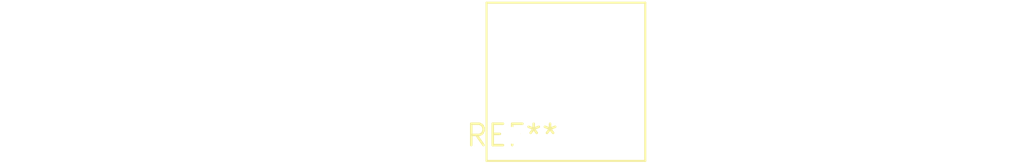
<source format=kicad_pcb>
(kicad_pcb (version 20240108) (generator pcbnew)
  (layers (0 "F.Cu" signal) (31 "B.Cu" signal) (34 "B.Paste" user) (35 "F.Paste" user) (36 "B.SilkS" user "B.Silkscreen") (37 "F.SilkS" user "F.Silkscreen") (38 "B.Mask" user) (39 "F.Mask" user) (44 "Edge.Cuts" user))
  (net 0 "")
  (footprint "L_Radial_L9.1mm_W9.1mm_Px6.35mm_Py6.35mm_Pulse_LP-25" (layer "F.Cu") (at 0 0)
    (property "Reference" "REF**")
    (property "Value" "L_Radial_L9.1mm_W9.1mm_Px6.35mm_Py6.35mm_Pulse_LP-25")
    (fp_line (start -1.515 -7.865) (end -1.515 1.515) (layer "F.SilkS") (stroke (width 0.12)))
    (fp_line (start -1.515 -7.865) (end 7.865 -7.865) (layer "F.SilkS") (stroke (width 0.12)))
    (fp_line (start -1.515 1.515) (end 7.865 1.515) (layer "F.SilkS") (stroke (width 0.12)))
    (fp_line (start 7.865 -7.865) (end 7.865 1.515) (layer "F.SilkS") (stroke (width 0.12)))
    (pad "1" thru_hole circle (at 0 0) (size 2 2) (drill 1) (layers *.Cu *.Mask) (remove_unused_layers))
    (pad "2" thru_hole circle (at 6.35 -6.35) (size 2 2) (drill 1) (layers *.Cu *.Mask) (remove_unused_layers))
  )
)
</source>
